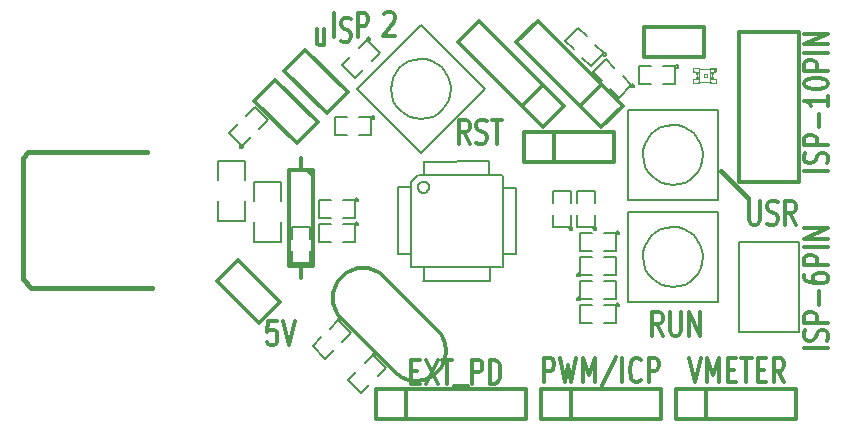
<source format=gto>
G04 (created by PCBNEW-RS274X (2012-jan-04)-stable) date Пт. 17 авг. 2012 15:46:30*
G01*
G70*
G90*
%MOIN*%
G04 Gerber Fmt 3.4, Leading zero omitted, Abs format*
%FSLAX34Y34*%
G04 APERTURE LIST*
%ADD10C,0.006000*%
%ADD11C,0.015000*%
%ADD12C,0.012000*%
%ADD13C,0.005000*%
%ADD14C,0.008000*%
%ADD15C,0.002600*%
%ADD16C,0.004000*%
%ADD17C,0.002000*%
%ADD18C,0.012500*%
G04 APERTURE END LIST*
G54D10*
G54D11*
X71900Y-43650D02*
X71000Y-42750D01*
G54D12*
X69936Y-48974D02*
X70136Y-49774D01*
X70336Y-48974D01*
X70536Y-49774D02*
X70536Y-48974D01*
X70736Y-49545D01*
X70936Y-48974D01*
X70936Y-49774D01*
X71222Y-49355D02*
X71422Y-49355D01*
X71508Y-49774D02*
X71222Y-49774D01*
X71222Y-48974D01*
X71508Y-48974D01*
X71679Y-48974D02*
X72022Y-48974D01*
X71851Y-49774D02*
X71851Y-48974D01*
X72222Y-49355D02*
X72422Y-49355D01*
X72508Y-49774D02*
X72222Y-49774D01*
X72222Y-48974D01*
X72508Y-48974D01*
X73108Y-49774D02*
X72908Y-49393D01*
X72765Y-49774D02*
X72765Y-48974D01*
X72993Y-48974D01*
X73051Y-49012D01*
X73079Y-49050D01*
X73108Y-49126D01*
X73108Y-49240D01*
X73079Y-49317D01*
X73051Y-49355D01*
X72993Y-49393D01*
X72765Y-49393D01*
X59779Y-37500D02*
X59808Y-37462D01*
X59865Y-37424D01*
X60008Y-37424D01*
X60065Y-37462D01*
X60094Y-37500D01*
X60122Y-37576D01*
X60122Y-37652D01*
X60094Y-37767D01*
X59751Y-38224D01*
X60122Y-38224D01*
X71943Y-43724D02*
X71943Y-44371D01*
X71971Y-44448D01*
X72000Y-44486D01*
X72057Y-44524D01*
X72171Y-44524D01*
X72229Y-44486D01*
X72257Y-44448D01*
X72286Y-44371D01*
X72286Y-43724D01*
X72543Y-44486D02*
X72629Y-44524D01*
X72772Y-44524D01*
X72829Y-44486D01*
X72858Y-44448D01*
X72886Y-44371D01*
X72886Y-44295D01*
X72858Y-44219D01*
X72829Y-44181D01*
X72772Y-44143D01*
X72658Y-44105D01*
X72600Y-44067D01*
X72572Y-44029D01*
X72543Y-43952D01*
X72543Y-43876D01*
X72572Y-43800D01*
X72600Y-43762D01*
X72658Y-43724D01*
X72800Y-43724D01*
X72886Y-43762D01*
X73486Y-44524D02*
X73286Y-44143D01*
X73143Y-44524D02*
X73143Y-43724D01*
X73371Y-43724D01*
X73429Y-43762D01*
X73457Y-43800D01*
X73486Y-43876D01*
X73486Y-43990D01*
X73457Y-44067D01*
X73429Y-44105D01*
X73371Y-44143D01*
X73143Y-44143D01*
X69057Y-48224D02*
X68857Y-47843D01*
X68714Y-48224D02*
X68714Y-47424D01*
X68942Y-47424D01*
X69000Y-47462D01*
X69028Y-47500D01*
X69057Y-47576D01*
X69057Y-47690D01*
X69028Y-47767D01*
X69000Y-47805D01*
X68942Y-47843D01*
X68714Y-47843D01*
X69314Y-47424D02*
X69314Y-48071D01*
X69342Y-48148D01*
X69371Y-48186D01*
X69428Y-48224D01*
X69542Y-48224D01*
X69600Y-48186D01*
X69628Y-48148D01*
X69657Y-48071D01*
X69657Y-47424D01*
X69943Y-48224D02*
X69943Y-47424D01*
X70286Y-48224D01*
X70286Y-47424D01*
X62622Y-41824D02*
X62422Y-41443D01*
X62279Y-41824D02*
X62279Y-41024D01*
X62507Y-41024D01*
X62565Y-41062D01*
X62593Y-41100D01*
X62622Y-41176D01*
X62622Y-41290D01*
X62593Y-41367D01*
X62565Y-41405D01*
X62507Y-41443D01*
X62279Y-41443D01*
X62850Y-41786D02*
X62936Y-41824D01*
X63079Y-41824D01*
X63136Y-41786D01*
X63165Y-41748D01*
X63193Y-41671D01*
X63193Y-41595D01*
X63165Y-41519D01*
X63136Y-41481D01*
X63079Y-41443D01*
X62965Y-41405D01*
X62907Y-41367D01*
X62879Y-41329D01*
X62850Y-41252D01*
X62850Y-41176D01*
X62879Y-41100D01*
X62907Y-41062D01*
X62965Y-41024D01*
X63107Y-41024D01*
X63193Y-41062D01*
X63364Y-41024D02*
X63707Y-41024D01*
X63536Y-41824D02*
X63536Y-41024D01*
X65100Y-49774D02*
X65100Y-48974D01*
X65328Y-48974D01*
X65386Y-49012D01*
X65414Y-49050D01*
X65443Y-49126D01*
X65443Y-49240D01*
X65414Y-49317D01*
X65386Y-49355D01*
X65328Y-49393D01*
X65100Y-49393D01*
X65643Y-48974D02*
X65786Y-49774D01*
X65900Y-49202D01*
X66014Y-49774D01*
X66157Y-48974D01*
X66386Y-49774D02*
X66386Y-48974D01*
X66586Y-49545D01*
X66786Y-48974D01*
X66786Y-49774D01*
X67500Y-48936D02*
X66986Y-49964D01*
X67701Y-49774D02*
X67701Y-48974D01*
X68330Y-49698D02*
X68301Y-49736D01*
X68215Y-49774D01*
X68158Y-49774D01*
X68073Y-49736D01*
X68015Y-49660D01*
X67987Y-49583D01*
X67958Y-49431D01*
X67958Y-49317D01*
X67987Y-49164D01*
X68015Y-49088D01*
X68073Y-49012D01*
X68158Y-48974D01*
X68215Y-48974D01*
X68301Y-49012D01*
X68330Y-49050D01*
X68587Y-49774D02*
X68587Y-48974D01*
X68815Y-48974D01*
X68873Y-49012D01*
X68901Y-49050D01*
X68930Y-49126D01*
X68930Y-49240D01*
X68901Y-49317D01*
X68873Y-49355D01*
X68815Y-49393D01*
X68587Y-49393D01*
X60679Y-49405D02*
X60879Y-49405D01*
X60965Y-49824D02*
X60679Y-49824D01*
X60679Y-49024D01*
X60965Y-49024D01*
X61165Y-49024D02*
X61565Y-49824D01*
X61565Y-49024D02*
X61165Y-49824D01*
X61707Y-49024D02*
X62050Y-49024D01*
X61879Y-49824D02*
X61879Y-49024D01*
X62107Y-49900D02*
X62564Y-49900D01*
X62707Y-49824D02*
X62707Y-49024D01*
X62935Y-49024D01*
X62993Y-49062D01*
X63021Y-49100D01*
X63050Y-49176D01*
X63050Y-49290D01*
X63021Y-49367D01*
X62993Y-49405D01*
X62935Y-49443D01*
X62707Y-49443D01*
X63307Y-49824D02*
X63307Y-49024D01*
X63450Y-49024D01*
X63535Y-49062D01*
X63593Y-49138D01*
X63621Y-49214D01*
X63650Y-49367D01*
X63650Y-49481D01*
X63621Y-49633D01*
X63593Y-49710D01*
X63535Y-49786D01*
X63450Y-49824D01*
X63307Y-49824D01*
X58893Y-38274D02*
X58893Y-37474D01*
X59121Y-37474D01*
X59179Y-37512D01*
X59207Y-37550D01*
X59236Y-37626D01*
X59236Y-37740D01*
X59207Y-37817D01*
X59179Y-37855D01*
X59121Y-37893D01*
X58893Y-37893D01*
X58329Y-38386D02*
X58415Y-38424D01*
X58558Y-38424D01*
X58615Y-38386D01*
X58644Y-38348D01*
X58672Y-38271D01*
X58672Y-38195D01*
X58644Y-38119D01*
X58615Y-38081D01*
X58558Y-38043D01*
X58444Y-38005D01*
X58386Y-37967D01*
X58358Y-37929D01*
X58329Y-37852D01*
X58329Y-37776D01*
X58358Y-37700D01*
X58386Y-37662D01*
X58444Y-37624D01*
X58586Y-37624D01*
X58672Y-37662D01*
X58100Y-38274D02*
X58100Y-37474D01*
X57779Y-37990D02*
X57779Y-38524D01*
X57522Y-37990D02*
X57522Y-38410D01*
X57550Y-38486D01*
X57608Y-38524D01*
X57693Y-38524D01*
X57750Y-38486D01*
X57779Y-38448D01*
X74574Y-48650D02*
X73774Y-48650D01*
X74536Y-48393D02*
X74574Y-48307D01*
X74574Y-48164D01*
X74536Y-48107D01*
X74498Y-48078D01*
X74421Y-48050D01*
X74345Y-48050D01*
X74269Y-48078D01*
X74231Y-48107D01*
X74193Y-48164D01*
X74155Y-48278D01*
X74117Y-48336D01*
X74079Y-48364D01*
X74002Y-48393D01*
X73926Y-48393D01*
X73850Y-48364D01*
X73812Y-48336D01*
X73774Y-48278D01*
X73774Y-48136D01*
X73812Y-48050D01*
X74574Y-47793D02*
X73774Y-47793D01*
X73774Y-47565D01*
X73812Y-47507D01*
X73850Y-47479D01*
X73926Y-47450D01*
X74040Y-47450D01*
X74117Y-47479D01*
X74155Y-47507D01*
X74193Y-47565D01*
X74193Y-47793D01*
X74269Y-47193D02*
X74269Y-46736D01*
X73774Y-46193D02*
X73774Y-46307D01*
X73812Y-46364D01*
X73850Y-46393D01*
X73964Y-46450D01*
X74117Y-46479D01*
X74421Y-46479D01*
X74498Y-46450D01*
X74536Y-46422D01*
X74574Y-46364D01*
X74574Y-46250D01*
X74536Y-46193D01*
X74498Y-46164D01*
X74421Y-46136D01*
X74231Y-46136D01*
X74155Y-46164D01*
X74117Y-46193D01*
X74079Y-46250D01*
X74079Y-46364D01*
X74117Y-46422D01*
X74155Y-46450D01*
X74231Y-46479D01*
X74574Y-45879D02*
X73774Y-45879D01*
X73774Y-45651D01*
X73812Y-45593D01*
X73850Y-45565D01*
X73926Y-45536D01*
X74040Y-45536D01*
X74117Y-45565D01*
X74155Y-45593D01*
X74193Y-45651D01*
X74193Y-45879D01*
X74574Y-45279D02*
X73774Y-45279D01*
X74574Y-44993D02*
X73774Y-44993D01*
X74574Y-44650D01*
X73774Y-44650D01*
X74574Y-42735D02*
X73774Y-42735D01*
X74536Y-42478D02*
X74574Y-42392D01*
X74574Y-42249D01*
X74536Y-42192D01*
X74498Y-42163D01*
X74421Y-42135D01*
X74345Y-42135D01*
X74269Y-42163D01*
X74231Y-42192D01*
X74193Y-42249D01*
X74155Y-42363D01*
X74117Y-42421D01*
X74079Y-42449D01*
X74002Y-42478D01*
X73926Y-42478D01*
X73850Y-42449D01*
X73812Y-42421D01*
X73774Y-42363D01*
X73774Y-42221D01*
X73812Y-42135D01*
X74574Y-41878D02*
X73774Y-41878D01*
X73774Y-41650D01*
X73812Y-41592D01*
X73850Y-41564D01*
X73926Y-41535D01*
X74040Y-41535D01*
X74117Y-41564D01*
X74155Y-41592D01*
X74193Y-41650D01*
X74193Y-41878D01*
X74269Y-41278D02*
X74269Y-40821D01*
X74574Y-40221D02*
X74574Y-40564D01*
X74574Y-40392D02*
X73774Y-40392D01*
X73888Y-40449D01*
X73964Y-40507D01*
X74002Y-40564D01*
X73774Y-39850D02*
X73774Y-39793D01*
X73812Y-39736D01*
X73850Y-39707D01*
X73926Y-39678D01*
X74079Y-39650D01*
X74269Y-39650D01*
X74421Y-39678D01*
X74498Y-39707D01*
X74536Y-39736D01*
X74574Y-39793D01*
X74574Y-39850D01*
X74536Y-39907D01*
X74498Y-39936D01*
X74421Y-39964D01*
X74269Y-39993D01*
X74079Y-39993D01*
X73926Y-39964D01*
X73850Y-39936D01*
X73812Y-39907D01*
X73774Y-39850D01*
X74574Y-39393D02*
X73774Y-39393D01*
X73774Y-39165D01*
X73812Y-39107D01*
X73850Y-39079D01*
X73926Y-39050D01*
X74040Y-39050D01*
X74117Y-39079D01*
X74155Y-39107D01*
X74193Y-39165D01*
X74193Y-39393D01*
X74574Y-38793D02*
X73774Y-38793D01*
X74574Y-38507D02*
X73774Y-38507D01*
X74574Y-38164D01*
X73774Y-38164D01*
X56187Y-47724D02*
X55901Y-47724D01*
X55872Y-48105D01*
X55901Y-48067D01*
X55958Y-48029D01*
X56101Y-48029D01*
X56158Y-48067D01*
X56187Y-48105D01*
X56215Y-48181D01*
X56215Y-48371D01*
X56187Y-48448D01*
X56158Y-48486D01*
X56101Y-48524D01*
X55958Y-48524D01*
X55901Y-48486D01*
X55872Y-48448D01*
X56386Y-47724D02*
X56586Y-48524D01*
X56786Y-47724D01*
G54D10*
X64180Y-45490D02*
X63730Y-45490D01*
X64180Y-43310D02*
X63740Y-43310D01*
X64180Y-45490D02*
X64180Y-43310D01*
X63300Y-45960D02*
X63300Y-46390D01*
X61090Y-45970D02*
X61090Y-46390D01*
X61080Y-46390D02*
X63300Y-46400D01*
X61100Y-42420D02*
X63270Y-42410D01*
X60670Y-43110D02*
X60670Y-45940D01*
X63280Y-42420D02*
X63280Y-42830D01*
X60920Y-42870D02*
X63700Y-42870D01*
X63720Y-45950D02*
X63720Y-42910D01*
X60670Y-45950D02*
X63670Y-45950D01*
X60220Y-43280D02*
X60220Y-45500D01*
X60220Y-45500D02*
X60670Y-45500D01*
X60674Y-43100D02*
X60904Y-42870D01*
X60222Y-43280D02*
X60674Y-43280D01*
X61100Y-42870D02*
X61100Y-42418D01*
X61270Y-43274D02*
X61266Y-43310D01*
X61255Y-43345D01*
X61238Y-43378D01*
X61215Y-43406D01*
X61187Y-43429D01*
X61154Y-43447D01*
X61119Y-43458D01*
X61083Y-43461D01*
X61047Y-43458D01*
X61012Y-43448D01*
X60980Y-43431D01*
X60951Y-43408D01*
X60927Y-43380D01*
X60910Y-43348D01*
X60899Y-43313D01*
X60895Y-43276D01*
X60898Y-43241D01*
X60908Y-43205D01*
X60924Y-43173D01*
X60947Y-43144D01*
X60975Y-43120D01*
X61007Y-43102D01*
X61042Y-43091D01*
X61079Y-43087D01*
X61114Y-43089D01*
X61149Y-43099D01*
X61182Y-43116D01*
X61211Y-43138D01*
X61235Y-43166D01*
X61253Y-43198D01*
X61265Y-43233D01*
X61269Y-43269D01*
X61270Y-43274D01*
G54D13*
X70400Y-45600D02*
X70380Y-45794D01*
X70324Y-45981D01*
X70232Y-46153D01*
X70109Y-46304D01*
X69959Y-46429D01*
X69787Y-46521D01*
X69601Y-46579D01*
X69406Y-46599D01*
X69213Y-46582D01*
X69026Y-46527D01*
X68853Y-46436D01*
X68701Y-46314D01*
X68575Y-46164D01*
X68481Y-45993D01*
X68422Y-45807D01*
X68401Y-45613D01*
X68417Y-45420D01*
X68471Y-45232D01*
X68560Y-45059D01*
X68681Y-44906D01*
X68830Y-44779D01*
X69000Y-44684D01*
X69186Y-44624D01*
X69380Y-44601D01*
X69573Y-44616D01*
X69761Y-44668D01*
X69935Y-44756D01*
X70089Y-44876D01*
X70217Y-45024D01*
X70313Y-45194D01*
X70375Y-45379D01*
X70399Y-45573D01*
X70400Y-45600D01*
X67900Y-44100D02*
X70900Y-44100D01*
X70900Y-44100D02*
X70900Y-47100D01*
X70900Y-47100D02*
X67900Y-47100D01*
X67900Y-44100D02*
X67900Y-47100D01*
X70400Y-42200D02*
X70380Y-42394D01*
X70324Y-42581D01*
X70232Y-42753D01*
X70109Y-42904D01*
X69959Y-43029D01*
X69787Y-43121D01*
X69601Y-43179D01*
X69406Y-43199D01*
X69213Y-43182D01*
X69026Y-43127D01*
X68853Y-43036D01*
X68701Y-42914D01*
X68575Y-42764D01*
X68481Y-42593D01*
X68422Y-42407D01*
X68401Y-42213D01*
X68417Y-42020D01*
X68471Y-41832D01*
X68560Y-41659D01*
X68681Y-41506D01*
X68830Y-41379D01*
X69000Y-41284D01*
X69186Y-41224D01*
X69380Y-41201D01*
X69573Y-41216D01*
X69761Y-41268D01*
X69935Y-41356D01*
X70089Y-41476D01*
X70217Y-41624D01*
X70313Y-41794D01*
X70375Y-41979D01*
X70399Y-42173D01*
X70400Y-42200D01*
X70900Y-43700D02*
X67900Y-43700D01*
X67900Y-43700D02*
X67900Y-40700D01*
X67900Y-40700D02*
X70900Y-40700D01*
X70900Y-43700D02*
X70900Y-40700D01*
X61999Y-40000D02*
X61979Y-40194D01*
X61923Y-40380D01*
X61832Y-40552D01*
X61708Y-40703D01*
X61558Y-40828D01*
X61387Y-40920D01*
X61200Y-40978D01*
X61006Y-40998D01*
X60813Y-40981D01*
X60626Y-40926D01*
X60453Y-40835D01*
X60302Y-40713D01*
X60176Y-40564D01*
X60082Y-40393D01*
X60023Y-40207D01*
X60002Y-40013D01*
X60018Y-39820D01*
X60072Y-39633D01*
X60161Y-39459D01*
X60282Y-39307D01*
X60430Y-39180D01*
X60601Y-39085D01*
X60786Y-39025D01*
X60980Y-39002D01*
X61173Y-39017D01*
X61361Y-39069D01*
X61535Y-39157D01*
X61688Y-39277D01*
X61816Y-39425D01*
X61912Y-39594D01*
X61974Y-39779D01*
X61998Y-39973D01*
X61999Y-40000D01*
X58879Y-40000D02*
X61000Y-37879D01*
X61000Y-37879D02*
X63121Y-40000D01*
X63121Y-40000D02*
X61000Y-42121D01*
X58879Y-40000D02*
X61000Y-42121D01*
X66050Y-44650D02*
X66049Y-44659D01*
X66046Y-44669D01*
X66041Y-44677D01*
X66035Y-44685D01*
X66027Y-44691D01*
X66019Y-44696D01*
X66010Y-44698D01*
X66000Y-44699D01*
X65991Y-44699D01*
X65982Y-44696D01*
X65973Y-44691D01*
X65966Y-44685D01*
X65959Y-44678D01*
X65955Y-44669D01*
X65952Y-44660D01*
X65951Y-44650D01*
X65951Y-44641D01*
X65954Y-44632D01*
X65958Y-44623D01*
X65965Y-44616D01*
X65972Y-44609D01*
X65980Y-44605D01*
X65990Y-44602D01*
X65999Y-44601D01*
X66008Y-44601D01*
X66018Y-44604D01*
X66026Y-44608D01*
X66034Y-44614D01*
X66040Y-44622D01*
X66045Y-44630D01*
X66048Y-44639D01*
X66049Y-44649D01*
X66050Y-44650D01*
X66000Y-44200D02*
X66000Y-44600D01*
X66000Y-44600D02*
X65400Y-44600D01*
X65400Y-44600D02*
X65400Y-44200D01*
X65400Y-43800D02*
X65400Y-43400D01*
X65400Y-43400D02*
X66000Y-43400D01*
X66000Y-43400D02*
X66000Y-43800D01*
X66850Y-44650D02*
X66849Y-44659D01*
X66846Y-44669D01*
X66841Y-44677D01*
X66835Y-44685D01*
X66827Y-44691D01*
X66819Y-44696D01*
X66810Y-44698D01*
X66800Y-44699D01*
X66791Y-44699D01*
X66782Y-44696D01*
X66773Y-44691D01*
X66766Y-44685D01*
X66759Y-44678D01*
X66755Y-44669D01*
X66752Y-44660D01*
X66751Y-44650D01*
X66751Y-44641D01*
X66754Y-44632D01*
X66758Y-44623D01*
X66765Y-44616D01*
X66772Y-44609D01*
X66780Y-44605D01*
X66790Y-44602D01*
X66799Y-44601D01*
X66808Y-44601D01*
X66818Y-44604D01*
X66826Y-44608D01*
X66834Y-44614D01*
X66840Y-44622D01*
X66845Y-44630D01*
X66848Y-44639D01*
X66849Y-44649D01*
X66850Y-44650D01*
X66800Y-44200D02*
X66800Y-44600D01*
X66800Y-44600D02*
X66200Y-44600D01*
X66200Y-44600D02*
X66200Y-44200D01*
X66200Y-43800D02*
X66200Y-43400D01*
X66200Y-43400D02*
X66800Y-43400D01*
X66800Y-43400D02*
X66800Y-43800D01*
X68097Y-39897D02*
X68096Y-39906D01*
X68093Y-39916D01*
X68088Y-39924D01*
X68082Y-39932D01*
X68074Y-39938D01*
X68066Y-39943D01*
X68057Y-39945D01*
X68047Y-39946D01*
X68038Y-39946D01*
X68029Y-39943D01*
X68020Y-39938D01*
X68013Y-39932D01*
X68006Y-39925D01*
X68002Y-39916D01*
X67999Y-39907D01*
X67998Y-39897D01*
X67998Y-39888D01*
X68001Y-39879D01*
X68005Y-39870D01*
X68012Y-39863D01*
X68019Y-39856D01*
X68027Y-39852D01*
X68037Y-39849D01*
X68046Y-39848D01*
X68055Y-39848D01*
X68065Y-39851D01*
X68073Y-39855D01*
X68081Y-39861D01*
X68087Y-39869D01*
X68092Y-39877D01*
X68095Y-39886D01*
X68096Y-39896D01*
X68097Y-39897D01*
X67729Y-39579D02*
X68011Y-39862D01*
X68011Y-39862D02*
X67587Y-40286D01*
X67587Y-40286D02*
X67304Y-40004D01*
X67021Y-39721D02*
X66739Y-39438D01*
X66739Y-39438D02*
X67163Y-39014D01*
X67163Y-39014D02*
X67446Y-39296D01*
X67172Y-38847D02*
X67171Y-38856D01*
X67168Y-38866D01*
X67163Y-38874D01*
X67157Y-38882D01*
X67149Y-38888D01*
X67141Y-38893D01*
X67132Y-38895D01*
X67122Y-38896D01*
X67113Y-38896D01*
X67104Y-38893D01*
X67095Y-38888D01*
X67088Y-38882D01*
X67081Y-38875D01*
X67077Y-38866D01*
X67074Y-38857D01*
X67073Y-38847D01*
X67073Y-38838D01*
X67076Y-38829D01*
X67080Y-38820D01*
X67087Y-38813D01*
X67094Y-38806D01*
X67102Y-38802D01*
X67112Y-38799D01*
X67121Y-38798D01*
X67130Y-38798D01*
X67140Y-38801D01*
X67148Y-38805D01*
X67156Y-38811D01*
X67162Y-38819D01*
X67167Y-38827D01*
X67170Y-38836D01*
X67171Y-38846D01*
X67172Y-38847D01*
X66804Y-38529D02*
X67086Y-38812D01*
X67086Y-38812D02*
X66662Y-39236D01*
X66662Y-39236D02*
X66379Y-38954D01*
X66096Y-38671D02*
X65814Y-38388D01*
X65814Y-38388D02*
X66238Y-37964D01*
X66238Y-37964D02*
X66521Y-38246D01*
X58900Y-44500D02*
X58899Y-44509D01*
X58896Y-44519D01*
X58891Y-44527D01*
X58885Y-44535D01*
X58877Y-44541D01*
X58869Y-44546D01*
X58860Y-44548D01*
X58850Y-44549D01*
X58841Y-44549D01*
X58832Y-44546D01*
X58823Y-44541D01*
X58816Y-44535D01*
X58809Y-44528D01*
X58805Y-44519D01*
X58802Y-44510D01*
X58801Y-44500D01*
X58801Y-44491D01*
X58804Y-44482D01*
X58808Y-44473D01*
X58815Y-44466D01*
X58822Y-44459D01*
X58830Y-44455D01*
X58840Y-44452D01*
X58849Y-44451D01*
X58858Y-44451D01*
X58868Y-44454D01*
X58876Y-44458D01*
X58884Y-44464D01*
X58890Y-44472D01*
X58895Y-44480D01*
X58898Y-44489D01*
X58899Y-44499D01*
X58900Y-44500D01*
X58400Y-44500D02*
X58800Y-44500D01*
X58800Y-44500D02*
X58800Y-45100D01*
X58800Y-45100D02*
X58400Y-45100D01*
X58000Y-45100D02*
X57600Y-45100D01*
X57600Y-45100D02*
X57600Y-44500D01*
X57600Y-44500D02*
X58000Y-44500D01*
X58900Y-43700D02*
X58899Y-43709D01*
X58896Y-43719D01*
X58891Y-43727D01*
X58885Y-43735D01*
X58877Y-43741D01*
X58869Y-43746D01*
X58860Y-43748D01*
X58850Y-43749D01*
X58841Y-43749D01*
X58832Y-43746D01*
X58823Y-43741D01*
X58816Y-43735D01*
X58809Y-43728D01*
X58805Y-43719D01*
X58802Y-43710D01*
X58801Y-43700D01*
X58801Y-43691D01*
X58804Y-43682D01*
X58808Y-43673D01*
X58815Y-43666D01*
X58822Y-43659D01*
X58830Y-43655D01*
X58840Y-43652D01*
X58849Y-43651D01*
X58858Y-43651D01*
X58868Y-43654D01*
X58876Y-43658D01*
X58884Y-43664D01*
X58890Y-43672D01*
X58895Y-43680D01*
X58898Y-43689D01*
X58899Y-43699D01*
X58900Y-43700D01*
X58400Y-43700D02*
X58800Y-43700D01*
X58800Y-43700D02*
X58800Y-44300D01*
X58800Y-44300D02*
X58400Y-44300D01*
X58000Y-44300D02*
X57600Y-44300D01*
X57600Y-44300D02*
X57600Y-43700D01*
X57600Y-43700D02*
X58000Y-43700D01*
X57350Y-45850D02*
X57349Y-45859D01*
X57346Y-45869D01*
X57341Y-45877D01*
X57335Y-45885D01*
X57327Y-45891D01*
X57319Y-45896D01*
X57310Y-45898D01*
X57300Y-45899D01*
X57291Y-45899D01*
X57282Y-45896D01*
X57273Y-45891D01*
X57266Y-45885D01*
X57259Y-45878D01*
X57255Y-45869D01*
X57252Y-45860D01*
X57251Y-45850D01*
X57251Y-45841D01*
X57254Y-45832D01*
X57258Y-45823D01*
X57265Y-45816D01*
X57272Y-45809D01*
X57280Y-45805D01*
X57290Y-45802D01*
X57299Y-45801D01*
X57308Y-45801D01*
X57318Y-45804D01*
X57326Y-45808D01*
X57334Y-45814D01*
X57340Y-45822D01*
X57345Y-45830D01*
X57348Y-45839D01*
X57349Y-45849D01*
X57350Y-45850D01*
X57300Y-45400D02*
X57300Y-45800D01*
X57300Y-45800D02*
X56700Y-45800D01*
X56700Y-45800D02*
X56700Y-45400D01*
X56700Y-45000D02*
X56700Y-44600D01*
X56700Y-44600D02*
X57300Y-44600D01*
X57300Y-44600D02*
X57300Y-45000D01*
X59297Y-38328D02*
X59296Y-38337D01*
X59293Y-38347D01*
X59288Y-38355D01*
X59282Y-38363D01*
X59274Y-38369D01*
X59266Y-38374D01*
X59257Y-38376D01*
X59247Y-38377D01*
X59238Y-38377D01*
X59229Y-38374D01*
X59220Y-38369D01*
X59213Y-38363D01*
X59206Y-38356D01*
X59202Y-38347D01*
X59199Y-38338D01*
X59198Y-38328D01*
X59198Y-38319D01*
X59201Y-38310D01*
X59205Y-38301D01*
X59212Y-38294D01*
X59219Y-38287D01*
X59227Y-38283D01*
X59237Y-38280D01*
X59246Y-38279D01*
X59255Y-38279D01*
X59265Y-38282D01*
X59273Y-38286D01*
X59281Y-38292D01*
X59287Y-38300D01*
X59292Y-38308D01*
X59295Y-38317D01*
X59296Y-38327D01*
X59297Y-38328D01*
X58929Y-38646D02*
X59212Y-38364D01*
X59212Y-38364D02*
X59636Y-38788D01*
X59636Y-38788D02*
X59354Y-39071D01*
X59071Y-39354D02*
X58788Y-39636D01*
X58788Y-39636D02*
X58364Y-39212D01*
X58364Y-39212D02*
X58646Y-38929D01*
X59450Y-40950D02*
X59449Y-40959D01*
X59446Y-40969D01*
X59441Y-40977D01*
X59435Y-40985D01*
X59427Y-40991D01*
X59419Y-40996D01*
X59410Y-40998D01*
X59400Y-40999D01*
X59391Y-40999D01*
X59382Y-40996D01*
X59373Y-40991D01*
X59366Y-40985D01*
X59359Y-40978D01*
X59355Y-40969D01*
X59352Y-40960D01*
X59351Y-40950D01*
X59351Y-40941D01*
X59354Y-40932D01*
X59358Y-40923D01*
X59365Y-40916D01*
X59372Y-40909D01*
X59380Y-40905D01*
X59390Y-40902D01*
X59399Y-40901D01*
X59408Y-40901D01*
X59418Y-40904D01*
X59426Y-40908D01*
X59434Y-40914D01*
X59440Y-40922D01*
X59445Y-40930D01*
X59448Y-40939D01*
X59449Y-40949D01*
X59450Y-40950D01*
X58950Y-40950D02*
X59350Y-40950D01*
X59350Y-40950D02*
X59350Y-41550D01*
X59350Y-41550D02*
X58950Y-41550D01*
X58550Y-41550D02*
X58150Y-41550D01*
X58150Y-41550D02*
X58150Y-40950D01*
X58150Y-40950D02*
X58550Y-40950D01*
X55053Y-41922D02*
X55052Y-41931D01*
X55049Y-41941D01*
X55044Y-41949D01*
X55038Y-41957D01*
X55030Y-41963D01*
X55022Y-41968D01*
X55013Y-41970D01*
X55003Y-41971D01*
X54994Y-41971D01*
X54985Y-41968D01*
X54976Y-41963D01*
X54969Y-41957D01*
X54962Y-41950D01*
X54958Y-41941D01*
X54955Y-41932D01*
X54954Y-41922D01*
X54954Y-41913D01*
X54957Y-41904D01*
X54961Y-41895D01*
X54968Y-41888D01*
X54975Y-41881D01*
X54983Y-41877D01*
X54993Y-41874D01*
X55002Y-41873D01*
X55011Y-41873D01*
X55021Y-41876D01*
X55029Y-41880D01*
X55037Y-41886D01*
X55043Y-41894D01*
X55048Y-41902D01*
X55051Y-41911D01*
X55052Y-41921D01*
X55053Y-41922D01*
X55321Y-41604D02*
X55038Y-41886D01*
X55038Y-41886D02*
X54614Y-41462D01*
X54614Y-41462D02*
X54896Y-41179D01*
X55179Y-40896D02*
X55462Y-40614D01*
X55462Y-40614D02*
X55886Y-41038D01*
X55886Y-41038D02*
X55604Y-41321D01*
X58322Y-47678D02*
X58321Y-47687D01*
X58318Y-47697D01*
X58313Y-47705D01*
X58307Y-47713D01*
X58299Y-47719D01*
X58291Y-47724D01*
X58282Y-47726D01*
X58272Y-47727D01*
X58263Y-47727D01*
X58254Y-47724D01*
X58245Y-47719D01*
X58238Y-47713D01*
X58231Y-47706D01*
X58227Y-47697D01*
X58224Y-47688D01*
X58223Y-47678D01*
X58223Y-47669D01*
X58226Y-47660D01*
X58230Y-47651D01*
X58237Y-47644D01*
X58244Y-47637D01*
X58252Y-47633D01*
X58262Y-47630D01*
X58271Y-47629D01*
X58280Y-47629D01*
X58290Y-47632D01*
X58298Y-47636D01*
X58306Y-47642D01*
X58312Y-47650D01*
X58317Y-47658D01*
X58320Y-47667D01*
X58321Y-47677D01*
X58322Y-47678D01*
X57954Y-47996D02*
X58237Y-47714D01*
X58237Y-47714D02*
X58661Y-48138D01*
X58661Y-48138D02*
X58379Y-48421D01*
X58096Y-48704D02*
X57813Y-48986D01*
X57813Y-48986D02*
X57389Y-48562D01*
X57389Y-48562D02*
X57671Y-48279D01*
X59497Y-48828D02*
X59496Y-48837D01*
X59493Y-48847D01*
X59488Y-48855D01*
X59482Y-48863D01*
X59474Y-48869D01*
X59466Y-48874D01*
X59457Y-48876D01*
X59447Y-48877D01*
X59438Y-48877D01*
X59429Y-48874D01*
X59420Y-48869D01*
X59413Y-48863D01*
X59406Y-48856D01*
X59402Y-48847D01*
X59399Y-48838D01*
X59398Y-48828D01*
X59398Y-48819D01*
X59401Y-48810D01*
X59405Y-48801D01*
X59412Y-48794D01*
X59419Y-48787D01*
X59427Y-48783D01*
X59437Y-48780D01*
X59446Y-48779D01*
X59455Y-48779D01*
X59465Y-48782D01*
X59473Y-48786D01*
X59481Y-48792D01*
X59487Y-48800D01*
X59492Y-48808D01*
X59495Y-48817D01*
X59496Y-48827D01*
X59497Y-48828D01*
X59129Y-49146D02*
X59412Y-48864D01*
X59412Y-48864D02*
X59836Y-49288D01*
X59836Y-49288D02*
X59554Y-49571D01*
X59271Y-49854D02*
X58988Y-50136D01*
X58988Y-50136D02*
X58564Y-49712D01*
X58564Y-49712D02*
X58846Y-49429D01*
X69575Y-39250D02*
X69574Y-39259D01*
X69571Y-39269D01*
X69566Y-39277D01*
X69560Y-39285D01*
X69552Y-39291D01*
X69544Y-39296D01*
X69535Y-39298D01*
X69525Y-39299D01*
X69516Y-39299D01*
X69507Y-39296D01*
X69498Y-39291D01*
X69491Y-39285D01*
X69484Y-39278D01*
X69480Y-39269D01*
X69477Y-39260D01*
X69476Y-39250D01*
X69476Y-39241D01*
X69479Y-39232D01*
X69483Y-39223D01*
X69490Y-39216D01*
X69497Y-39209D01*
X69505Y-39205D01*
X69515Y-39202D01*
X69524Y-39201D01*
X69533Y-39201D01*
X69543Y-39204D01*
X69551Y-39208D01*
X69559Y-39214D01*
X69565Y-39222D01*
X69570Y-39230D01*
X69573Y-39239D01*
X69574Y-39249D01*
X69575Y-39250D01*
X69075Y-39250D02*
X69475Y-39250D01*
X69475Y-39250D02*
X69475Y-39850D01*
X69475Y-39850D02*
X69075Y-39850D01*
X68675Y-39850D02*
X68275Y-39850D01*
X68275Y-39850D02*
X68275Y-39250D01*
X68275Y-39250D02*
X68675Y-39250D01*
G54D12*
X65061Y-41268D02*
X65061Y-41268D01*
X65768Y-40561D02*
X65061Y-41268D01*
X65061Y-41268D02*
X65061Y-41268D01*
X65061Y-41268D02*
X62232Y-38439D01*
X62232Y-38439D02*
X62939Y-37732D01*
X62939Y-37732D02*
X65768Y-40561D01*
X65061Y-39854D02*
X64354Y-40561D01*
X65000Y-50000D02*
X65000Y-50000D01*
X65000Y-51000D02*
X65000Y-50000D01*
X65000Y-50000D02*
X65000Y-50000D01*
X65000Y-50000D02*
X69000Y-50000D01*
X69000Y-50000D02*
X69000Y-51000D01*
X69000Y-51000D02*
X65000Y-51000D01*
X66000Y-51000D02*
X66000Y-50000D01*
X58561Y-40104D02*
X57854Y-40811D01*
X57854Y-40811D02*
X56439Y-39396D01*
X56439Y-39396D02*
X57146Y-38689D01*
X57146Y-38689D02*
X58561Y-40104D01*
X68425Y-38925D02*
X68425Y-37925D01*
X68425Y-37925D02*
X70425Y-37925D01*
X70425Y-37925D02*
X70425Y-38925D01*
X70425Y-38925D02*
X68425Y-38925D01*
X57561Y-41104D02*
X56854Y-41811D01*
X56854Y-41811D02*
X55439Y-40396D01*
X55439Y-40396D02*
X56146Y-39689D01*
X56146Y-39689D02*
X57561Y-41104D01*
X57000Y-42300D02*
X57000Y-42700D01*
X57000Y-42700D02*
X57400Y-42700D01*
X57400Y-42700D02*
X57400Y-45900D01*
X57400Y-45900D02*
X56600Y-45900D01*
X56600Y-45900D02*
X56600Y-42700D01*
X56600Y-42700D02*
X57000Y-42700D01*
X57200Y-42700D02*
X57400Y-42900D01*
X57000Y-46300D02*
X57000Y-45900D01*
X71600Y-43100D02*
X71600Y-38100D01*
X71600Y-38100D02*
X73600Y-38100D01*
X73600Y-38100D02*
X73600Y-43100D01*
X73600Y-43100D02*
X71600Y-43100D01*
G54D14*
X73600Y-45100D02*
X73600Y-48100D01*
X71600Y-48100D02*
X71600Y-45100D01*
X71600Y-45100D02*
X73600Y-45100D01*
X73600Y-48100D02*
X71600Y-48100D01*
G54D15*
X70646Y-39668D02*
X70646Y-39796D01*
X70646Y-39796D02*
X70843Y-39796D01*
X70843Y-39668D02*
X70843Y-39796D01*
X70646Y-39668D02*
X70843Y-39668D01*
X70646Y-39423D02*
X70646Y-39482D01*
X70646Y-39482D02*
X70745Y-39482D01*
X70745Y-39423D02*
X70745Y-39482D01*
X70646Y-39423D02*
X70745Y-39423D01*
X70646Y-39618D02*
X70646Y-39677D01*
X70646Y-39677D02*
X70745Y-39677D01*
X70745Y-39618D02*
X70745Y-39677D01*
X70646Y-39618D02*
X70745Y-39618D01*
X70646Y-39472D02*
X70646Y-39628D01*
X70646Y-39628D02*
X70715Y-39628D01*
X70715Y-39472D02*
X70715Y-39628D01*
X70646Y-39472D02*
X70715Y-39472D01*
X70057Y-39668D02*
X70057Y-39796D01*
X70057Y-39796D02*
X70254Y-39796D01*
X70254Y-39668D02*
X70254Y-39796D01*
X70057Y-39668D02*
X70254Y-39668D01*
X70057Y-39304D02*
X70057Y-39432D01*
X70057Y-39432D02*
X70254Y-39432D01*
X70254Y-39304D02*
X70254Y-39432D01*
X70057Y-39304D02*
X70254Y-39304D01*
X70155Y-39618D02*
X70155Y-39677D01*
X70155Y-39677D02*
X70254Y-39677D01*
X70254Y-39618D02*
X70254Y-39677D01*
X70155Y-39618D02*
X70254Y-39618D01*
X70155Y-39423D02*
X70155Y-39482D01*
X70155Y-39482D02*
X70254Y-39482D01*
X70254Y-39423D02*
X70254Y-39482D01*
X70155Y-39423D02*
X70254Y-39423D01*
X70185Y-39472D02*
X70185Y-39628D01*
X70185Y-39628D02*
X70254Y-39628D01*
X70254Y-39472D02*
X70254Y-39628D01*
X70185Y-39472D02*
X70254Y-39472D01*
X70450Y-39511D02*
X70450Y-39589D01*
X70450Y-39589D02*
X70528Y-39589D01*
X70528Y-39511D02*
X70528Y-39589D01*
X70450Y-39511D02*
X70528Y-39511D01*
X70646Y-39314D02*
X70646Y-39432D01*
X70646Y-39432D02*
X70764Y-39432D01*
X70764Y-39314D02*
X70764Y-39432D01*
X70646Y-39314D02*
X70764Y-39314D01*
X70814Y-39304D02*
X70814Y-39393D01*
X70814Y-39393D02*
X70843Y-39393D01*
X70843Y-39304D02*
X70843Y-39393D01*
X70814Y-39304D02*
X70843Y-39304D01*
G54D16*
X70656Y-39776D02*
X70244Y-39776D01*
X70254Y-39324D02*
X70814Y-39324D01*
G54D17*
X70812Y-39373D02*
X70811Y-39378D01*
X70809Y-39383D01*
X70807Y-39388D01*
X70803Y-39392D01*
X70799Y-39396D01*
X70794Y-39398D01*
X70789Y-39400D01*
X70784Y-39400D01*
X70779Y-39400D01*
X70774Y-39398D01*
X70769Y-39396D01*
X70765Y-39393D01*
X70761Y-39388D01*
X70759Y-39384D01*
X70757Y-39378D01*
X70757Y-39373D01*
X70757Y-39368D01*
X70758Y-39363D01*
X70761Y-39358D01*
X70764Y-39354D01*
X70769Y-39351D01*
X70773Y-39348D01*
X70778Y-39346D01*
X70784Y-39346D01*
X70788Y-39346D01*
X70794Y-39347D01*
X70799Y-39350D01*
X70803Y-39353D01*
X70806Y-39357D01*
X70809Y-39362D01*
X70811Y-39367D01*
X70811Y-39373D01*
X70812Y-39373D01*
G54D16*
X70843Y-39413D02*
X70832Y-39414D01*
X70820Y-39416D01*
X70808Y-39418D01*
X70797Y-39422D01*
X70786Y-39426D01*
X70775Y-39432D01*
X70765Y-39438D01*
X70755Y-39446D01*
X70747Y-39454D01*
X70739Y-39462D01*
X70731Y-39472D01*
X70725Y-39482D01*
X70719Y-39493D01*
X70715Y-39504D01*
X70711Y-39515D01*
X70709Y-39527D01*
X70707Y-39539D01*
X70706Y-39550D01*
X70707Y-39561D01*
X70709Y-39573D01*
X70711Y-39585D01*
X70715Y-39596D01*
X70719Y-39607D01*
X70725Y-39618D01*
X70731Y-39628D01*
X70739Y-39638D01*
X70747Y-39646D01*
X70755Y-39654D01*
X70765Y-39662D01*
X70775Y-39668D01*
X70786Y-39674D01*
X70797Y-39678D01*
X70808Y-39682D01*
X70820Y-39684D01*
X70832Y-39686D01*
X70843Y-39687D01*
X70057Y-39687D02*
X70068Y-39686D01*
X70080Y-39684D01*
X70092Y-39682D01*
X70103Y-39678D01*
X70114Y-39674D01*
X70125Y-39668D01*
X70135Y-39662D01*
X70145Y-39654D01*
X70153Y-39646D01*
X70161Y-39638D01*
X70169Y-39628D01*
X70175Y-39618D01*
X70181Y-39607D01*
X70185Y-39596D01*
X70189Y-39585D01*
X70191Y-39573D01*
X70193Y-39561D01*
X70194Y-39550D01*
X70193Y-39539D01*
X70191Y-39527D01*
X70189Y-39515D01*
X70185Y-39504D01*
X70181Y-39493D01*
X70175Y-39482D01*
X70169Y-39472D01*
X70161Y-39462D01*
X70153Y-39454D01*
X70145Y-39446D01*
X70135Y-39438D01*
X70125Y-39432D01*
X70114Y-39426D01*
X70103Y-39422D01*
X70092Y-39418D01*
X70080Y-39416D01*
X70068Y-39414D01*
X70057Y-39413D01*
G54D18*
X61541Y-48027D02*
X59773Y-46259D01*
X60127Y-49441D02*
X58359Y-47673D01*
X58360Y-46260D02*
X58301Y-46324D01*
X58248Y-46393D01*
X58201Y-46467D01*
X58161Y-46544D01*
X58128Y-46625D01*
X58102Y-46708D01*
X58083Y-46793D01*
X58071Y-46879D01*
X58067Y-46966D01*
X58071Y-47053D01*
X58083Y-47139D01*
X58102Y-47224D01*
X58128Y-47307D01*
X58161Y-47388D01*
X58201Y-47465D01*
X58248Y-47539D01*
X58301Y-47608D01*
X58360Y-47672D01*
X59772Y-46260D02*
X59708Y-46201D01*
X59639Y-46148D01*
X59565Y-46101D01*
X59488Y-46061D01*
X59407Y-46028D01*
X59324Y-46002D01*
X59239Y-45983D01*
X59153Y-45971D01*
X59066Y-45967D01*
X58979Y-45971D01*
X58893Y-45983D01*
X58808Y-46002D01*
X58725Y-46028D01*
X58644Y-46061D01*
X58567Y-46101D01*
X58493Y-46148D01*
X58424Y-46201D01*
X58360Y-46260D01*
X60128Y-49440D02*
X60192Y-49499D01*
X60261Y-49552D01*
X60335Y-49599D01*
X60412Y-49639D01*
X60493Y-49672D01*
X60576Y-49698D01*
X60661Y-49717D01*
X60747Y-49729D01*
X60834Y-49733D01*
X60921Y-49729D01*
X61007Y-49717D01*
X61092Y-49698D01*
X61175Y-49672D01*
X61256Y-49639D01*
X61333Y-49599D01*
X61407Y-49552D01*
X61476Y-49499D01*
X61540Y-49440D01*
X61540Y-49440D02*
X61599Y-49376D01*
X61652Y-49307D01*
X61699Y-49233D01*
X61739Y-49156D01*
X61772Y-49075D01*
X61798Y-48992D01*
X61817Y-48907D01*
X61829Y-48821D01*
X61833Y-48734D01*
X61829Y-48647D01*
X61817Y-48561D01*
X61798Y-48476D01*
X61772Y-48393D01*
X61739Y-48312D01*
X61699Y-48235D01*
X61652Y-48161D01*
X61599Y-48092D01*
X61540Y-48028D01*
G54D11*
X51852Y-42106D02*
X47915Y-42106D01*
X47915Y-42106D02*
X47718Y-42303D01*
X47718Y-42303D02*
X47718Y-46339D01*
X47718Y-46339D02*
X48013Y-46634D01*
X48013Y-46634D02*
X52048Y-46634D01*
G54D12*
X64450Y-42450D02*
X64450Y-41450D01*
X64450Y-41450D02*
X67450Y-41450D01*
X67450Y-41450D02*
X67450Y-42450D01*
X67450Y-42450D02*
X64450Y-42450D01*
X65450Y-41450D02*
X65450Y-42450D01*
X67011Y-41268D02*
X67011Y-41268D01*
X67718Y-40561D02*
X67011Y-41268D01*
X67011Y-41268D02*
X67011Y-41268D01*
X67011Y-41268D02*
X64182Y-38439D01*
X64182Y-38439D02*
X64889Y-37732D01*
X64889Y-37732D02*
X67718Y-40561D01*
X67011Y-39854D02*
X66304Y-40561D01*
X54189Y-46396D02*
X54896Y-45689D01*
X54896Y-45689D02*
X56311Y-47104D01*
X56311Y-47104D02*
X55604Y-47811D01*
X55604Y-47811D02*
X54189Y-46396D01*
G54D13*
X55150Y-42400D02*
X54250Y-42400D01*
X54250Y-42400D02*
X54250Y-43050D01*
X55150Y-43750D02*
X55150Y-44400D01*
X55150Y-44400D02*
X54250Y-44400D01*
X54250Y-44400D02*
X54250Y-43750D01*
X55150Y-43050D02*
X55150Y-42400D01*
X56350Y-43100D02*
X55450Y-43100D01*
X55450Y-43100D02*
X55450Y-43750D01*
X56350Y-44450D02*
X56350Y-45100D01*
X56350Y-45100D02*
X55450Y-45100D01*
X55450Y-45100D02*
X55450Y-44450D01*
X56350Y-43750D02*
X56350Y-43100D01*
X66300Y-47000D02*
X66299Y-47009D01*
X66296Y-47019D01*
X66291Y-47027D01*
X66285Y-47035D01*
X66277Y-47041D01*
X66269Y-47046D01*
X66260Y-47048D01*
X66250Y-47049D01*
X66241Y-47049D01*
X66232Y-47046D01*
X66223Y-47041D01*
X66216Y-47035D01*
X66209Y-47028D01*
X66205Y-47019D01*
X66202Y-47010D01*
X66201Y-47000D01*
X66201Y-46991D01*
X66204Y-46982D01*
X66208Y-46973D01*
X66215Y-46966D01*
X66222Y-46959D01*
X66230Y-46955D01*
X66240Y-46952D01*
X66249Y-46951D01*
X66258Y-46951D01*
X66268Y-46954D01*
X66276Y-46958D01*
X66284Y-46964D01*
X66290Y-46972D01*
X66295Y-46980D01*
X66298Y-46989D01*
X66299Y-46999D01*
X66300Y-47000D01*
X66700Y-47000D02*
X66300Y-47000D01*
X66300Y-47000D02*
X66300Y-46400D01*
X66300Y-46400D02*
X66700Y-46400D01*
X67100Y-46400D02*
X67500Y-46400D01*
X67500Y-46400D02*
X67500Y-47000D01*
X67500Y-47000D02*
X67100Y-47000D01*
X66300Y-46200D02*
X66299Y-46209D01*
X66296Y-46219D01*
X66291Y-46227D01*
X66285Y-46235D01*
X66277Y-46241D01*
X66269Y-46246D01*
X66260Y-46248D01*
X66250Y-46249D01*
X66241Y-46249D01*
X66232Y-46246D01*
X66223Y-46241D01*
X66216Y-46235D01*
X66209Y-46228D01*
X66205Y-46219D01*
X66202Y-46210D01*
X66201Y-46200D01*
X66201Y-46191D01*
X66204Y-46182D01*
X66208Y-46173D01*
X66215Y-46166D01*
X66222Y-46159D01*
X66230Y-46155D01*
X66240Y-46152D01*
X66249Y-46151D01*
X66258Y-46151D01*
X66268Y-46154D01*
X66276Y-46158D01*
X66284Y-46164D01*
X66290Y-46172D01*
X66295Y-46180D01*
X66298Y-46189D01*
X66299Y-46199D01*
X66300Y-46200D01*
X66700Y-46200D02*
X66300Y-46200D01*
X66300Y-46200D02*
X66300Y-45600D01*
X66300Y-45600D02*
X66700Y-45600D01*
X67100Y-45600D02*
X67500Y-45600D01*
X67500Y-45600D02*
X67500Y-46200D01*
X67500Y-46200D02*
X67100Y-46200D01*
X67600Y-47200D02*
X67599Y-47209D01*
X67596Y-47219D01*
X67591Y-47227D01*
X67585Y-47235D01*
X67577Y-47241D01*
X67569Y-47246D01*
X67560Y-47248D01*
X67550Y-47249D01*
X67541Y-47249D01*
X67532Y-47246D01*
X67523Y-47241D01*
X67516Y-47235D01*
X67509Y-47228D01*
X67505Y-47219D01*
X67502Y-47210D01*
X67501Y-47200D01*
X67501Y-47191D01*
X67504Y-47182D01*
X67508Y-47173D01*
X67515Y-47166D01*
X67522Y-47159D01*
X67530Y-47155D01*
X67540Y-47152D01*
X67549Y-47151D01*
X67558Y-47151D01*
X67568Y-47154D01*
X67576Y-47158D01*
X67584Y-47164D01*
X67590Y-47172D01*
X67595Y-47180D01*
X67598Y-47189D01*
X67599Y-47199D01*
X67600Y-47200D01*
X67100Y-47200D02*
X67500Y-47200D01*
X67500Y-47200D02*
X67500Y-47800D01*
X67500Y-47800D02*
X67100Y-47800D01*
X66700Y-47800D02*
X66300Y-47800D01*
X66300Y-47800D02*
X66300Y-47200D01*
X66300Y-47200D02*
X66700Y-47200D01*
X67600Y-44800D02*
X67599Y-44809D01*
X67596Y-44819D01*
X67591Y-44827D01*
X67585Y-44835D01*
X67577Y-44841D01*
X67569Y-44846D01*
X67560Y-44848D01*
X67550Y-44849D01*
X67541Y-44849D01*
X67532Y-44846D01*
X67523Y-44841D01*
X67516Y-44835D01*
X67509Y-44828D01*
X67505Y-44819D01*
X67502Y-44810D01*
X67501Y-44800D01*
X67501Y-44791D01*
X67504Y-44782D01*
X67508Y-44773D01*
X67515Y-44766D01*
X67522Y-44759D01*
X67530Y-44755D01*
X67540Y-44752D01*
X67549Y-44751D01*
X67558Y-44751D01*
X67568Y-44754D01*
X67576Y-44758D01*
X67584Y-44764D01*
X67590Y-44772D01*
X67595Y-44780D01*
X67598Y-44789D01*
X67599Y-44799D01*
X67600Y-44800D01*
X67100Y-44800D02*
X67500Y-44800D01*
X67500Y-44800D02*
X67500Y-45400D01*
X67500Y-45400D02*
X67100Y-45400D01*
X66700Y-45400D02*
X66300Y-45400D01*
X66300Y-45400D02*
X66300Y-44800D01*
X66300Y-44800D02*
X66700Y-44800D01*
G54D12*
X69500Y-50000D02*
X69500Y-50000D01*
X69500Y-51000D02*
X69500Y-50000D01*
X69500Y-50000D02*
X69500Y-50000D01*
X69500Y-50000D02*
X73500Y-50000D01*
X73500Y-50000D02*
X73500Y-51000D01*
X73500Y-51000D02*
X69500Y-51000D01*
X70500Y-51000D02*
X70500Y-50000D01*
X59500Y-51000D02*
X59500Y-50000D01*
X59500Y-50000D02*
X64500Y-50000D01*
X64500Y-50000D02*
X64500Y-51000D01*
X64500Y-51000D02*
X59500Y-51000D01*
X60500Y-51000D02*
X60500Y-50000D01*
M02*

</source>
